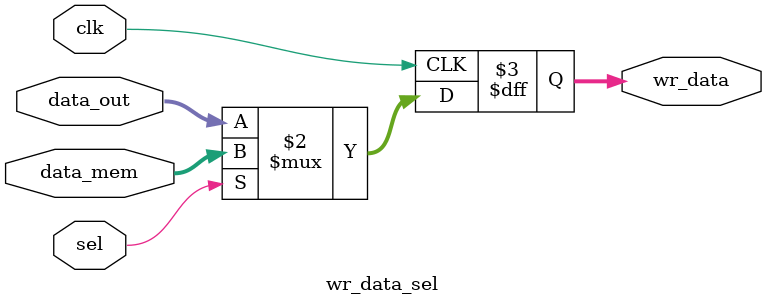
<source format=v>
`timescale 1ns / 1ps


module wr_data_sel(
	input clk,
	input [31:0]data_out,
	input [31:0]data_mem,
	input sel, //op[4]
	output reg [31:0]wr_data
);

	always@(negedge clk) wr_data <= sel ? data_mem: data_out;

endmodule 


</source>
